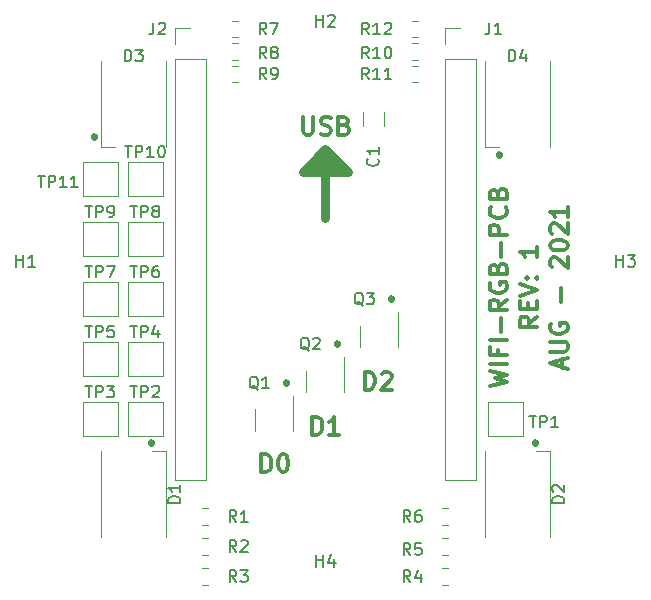
<source format=gbr>
G04 #@! TF.GenerationSoftware,KiCad,Pcbnew,5.0.2+dfsg1-1*
G04 #@! TF.CreationDate,2021-08-24T19:42:59-04:00*
G04 #@! TF.ProjectId,WIFI_RGB_PCB,57494649-5f52-4474-925f-5043422e6b69,rev?*
G04 #@! TF.SameCoordinates,Original*
G04 #@! TF.FileFunction,Legend,Top*
G04 #@! TF.FilePolarity,Positive*
%FSLAX46Y46*%
G04 Gerber Fmt 4.6, Leading zero omitted, Abs format (unit mm)*
G04 Created by KiCad (PCBNEW 5.0.2+dfsg1-1) date Tue 24 Aug 2021 07:42:59 PM EDT*
%MOMM*%
%LPD*%
G01*
G04 APERTURE LIST*
%ADD10C,0.508000*%
%ADD11C,0.200000*%
%ADD12C,1.524000*%
%ADD13C,0.762000*%
%ADD14C,0.300000*%
%ADD15C,0.120000*%
%ADD16C,0.150000*%
G04 APERTURE END LIST*
D10*
X102108000Y-90170000D02*
X102108000Y-90170000D01*
D11*
X102362000Y-90170000D02*
G75*
G03X102362000Y-90170000I-254000J0D01*
G01*
D10*
X97536000Y-93980000D02*
X97536000Y-93980000D01*
D11*
X97790000Y-93980000D02*
G75*
G03X97790000Y-93980000I-254000J0D01*
G01*
X93472000Y-97282000D02*
G75*
G03X93472000Y-97282000I-254000J0D01*
G01*
D10*
X93218000Y-97282000D02*
X93218000Y-97282000D01*
D11*
X77216000Y-76454000D02*
G75*
G03X77216000Y-76454000I-254000J0D01*
G01*
D10*
X76962000Y-76454000D02*
X76962000Y-76454000D01*
X111252000Y-77978000D02*
X111252000Y-77978000D01*
D11*
X111506000Y-77978000D02*
G75*
G03X111506000Y-77978000I-254000J0D01*
G01*
X114554000Y-102362000D02*
G75*
G03X114554000Y-102362000I-254000J0D01*
G01*
D10*
X114300000Y-102362000D02*
X114300000Y-102362000D01*
D11*
X82042000Y-102362000D02*
G75*
G03X82042000Y-102362000I-254000J0D01*
G01*
D10*
X81788000Y-102362000D02*
X81788000Y-102362000D01*
D12*
X96012000Y-78740000D02*
X97028000Y-78740000D01*
D13*
X96520000Y-77470000D02*
X98425000Y-79375000D01*
X94615000Y-79375000D02*
X98425000Y-79375000D01*
X96520000Y-77470000D02*
X94615000Y-79375000D01*
X96520000Y-79375000D02*
X96520000Y-83312000D01*
D14*
X95412857Y-101643571D02*
X95412857Y-100143571D01*
X95770000Y-100143571D01*
X95984285Y-100215000D01*
X96127142Y-100357857D01*
X96198571Y-100500714D01*
X96270000Y-100786428D01*
X96270000Y-101000714D01*
X96198571Y-101286428D01*
X96127142Y-101429285D01*
X95984285Y-101572142D01*
X95770000Y-101643571D01*
X95412857Y-101643571D01*
X97698571Y-101643571D02*
X96841428Y-101643571D01*
X97270000Y-101643571D02*
X97270000Y-100143571D01*
X97127142Y-100357857D01*
X96984285Y-100500714D01*
X96841428Y-100572142D01*
X99857857Y-97833571D02*
X99857857Y-96333571D01*
X100215000Y-96333571D01*
X100429285Y-96405000D01*
X100572142Y-96547857D01*
X100643571Y-96690714D01*
X100715000Y-96976428D01*
X100715000Y-97190714D01*
X100643571Y-97476428D01*
X100572142Y-97619285D01*
X100429285Y-97762142D01*
X100215000Y-97833571D01*
X99857857Y-97833571D01*
X101286428Y-96476428D02*
X101357857Y-96405000D01*
X101500714Y-96333571D01*
X101857857Y-96333571D01*
X102000714Y-96405000D01*
X102072142Y-96476428D01*
X102143571Y-96619285D01*
X102143571Y-96762142D01*
X102072142Y-96976428D01*
X101215000Y-97833571D01*
X102143571Y-97833571D01*
X91094857Y-104818571D02*
X91094857Y-103318571D01*
X91452000Y-103318571D01*
X91666285Y-103390000D01*
X91809142Y-103532857D01*
X91880571Y-103675714D01*
X91952000Y-103961428D01*
X91952000Y-104175714D01*
X91880571Y-104461428D01*
X91809142Y-104604285D01*
X91666285Y-104747142D01*
X91452000Y-104818571D01*
X91094857Y-104818571D01*
X92880571Y-103318571D02*
X93023428Y-103318571D01*
X93166285Y-103390000D01*
X93237714Y-103461428D01*
X93309142Y-103604285D01*
X93380571Y-103890000D01*
X93380571Y-104247142D01*
X93309142Y-104532857D01*
X93237714Y-104675714D01*
X93166285Y-104747142D01*
X93023428Y-104818571D01*
X92880571Y-104818571D01*
X92737714Y-104747142D01*
X92666285Y-104675714D01*
X92594857Y-104532857D01*
X92523428Y-104247142D01*
X92523428Y-103890000D01*
X92594857Y-103604285D01*
X92666285Y-103461428D01*
X92737714Y-103390000D01*
X92880571Y-103318571D01*
X110420571Y-97511142D02*
X111920571Y-97154000D01*
X110849142Y-96868285D01*
X111920571Y-96582571D01*
X110420571Y-96225428D01*
X111920571Y-95654000D02*
X110420571Y-95654000D01*
X111134857Y-94439714D02*
X111134857Y-94939714D01*
X111920571Y-94939714D02*
X110420571Y-94939714D01*
X110420571Y-94225428D01*
X111920571Y-93654000D02*
X110420571Y-93654000D01*
X111349142Y-92939714D02*
X111349142Y-91796857D01*
X111920571Y-90225428D02*
X111206285Y-90725428D01*
X111920571Y-91082571D02*
X110420571Y-91082571D01*
X110420571Y-90511142D01*
X110492000Y-90368285D01*
X110563428Y-90296857D01*
X110706285Y-90225428D01*
X110920571Y-90225428D01*
X111063428Y-90296857D01*
X111134857Y-90368285D01*
X111206285Y-90511142D01*
X111206285Y-91082571D01*
X110492000Y-88796857D02*
X110420571Y-88939714D01*
X110420571Y-89154000D01*
X110492000Y-89368285D01*
X110634857Y-89511142D01*
X110777714Y-89582571D01*
X111063428Y-89654000D01*
X111277714Y-89654000D01*
X111563428Y-89582571D01*
X111706285Y-89511142D01*
X111849142Y-89368285D01*
X111920571Y-89154000D01*
X111920571Y-89011142D01*
X111849142Y-88796857D01*
X111777714Y-88725428D01*
X111277714Y-88725428D01*
X111277714Y-89011142D01*
X111134857Y-87582571D02*
X111206285Y-87368285D01*
X111277714Y-87296857D01*
X111420571Y-87225428D01*
X111634857Y-87225428D01*
X111777714Y-87296857D01*
X111849142Y-87368285D01*
X111920571Y-87511142D01*
X111920571Y-88082571D01*
X110420571Y-88082571D01*
X110420571Y-87582571D01*
X110492000Y-87439714D01*
X110563428Y-87368285D01*
X110706285Y-87296857D01*
X110849142Y-87296857D01*
X110992000Y-87368285D01*
X111063428Y-87439714D01*
X111134857Y-87582571D01*
X111134857Y-88082571D01*
X111349142Y-86582571D02*
X111349142Y-85439714D01*
X111920571Y-84725428D02*
X110420571Y-84725428D01*
X110420571Y-84154000D01*
X110492000Y-84011142D01*
X110563428Y-83939714D01*
X110706285Y-83868285D01*
X110920571Y-83868285D01*
X111063428Y-83939714D01*
X111134857Y-84011142D01*
X111206285Y-84154000D01*
X111206285Y-84725428D01*
X111777714Y-82368285D02*
X111849142Y-82439714D01*
X111920571Y-82654000D01*
X111920571Y-82796857D01*
X111849142Y-83011142D01*
X111706285Y-83154000D01*
X111563428Y-83225428D01*
X111277714Y-83296857D01*
X111063428Y-83296857D01*
X110777714Y-83225428D01*
X110634857Y-83154000D01*
X110492000Y-83011142D01*
X110420571Y-82796857D01*
X110420571Y-82654000D01*
X110492000Y-82439714D01*
X110563428Y-82368285D01*
X111134857Y-81225428D02*
X111206285Y-81011142D01*
X111277714Y-80939714D01*
X111420571Y-80868285D01*
X111634857Y-80868285D01*
X111777714Y-80939714D01*
X111849142Y-81011142D01*
X111920571Y-81154000D01*
X111920571Y-81725428D01*
X110420571Y-81725428D01*
X110420571Y-81225428D01*
X110492000Y-81082571D01*
X110563428Y-81011142D01*
X110706285Y-80939714D01*
X110849142Y-80939714D01*
X110992000Y-81011142D01*
X111063428Y-81082571D01*
X111134857Y-81225428D01*
X111134857Y-81725428D01*
X114470571Y-91654000D02*
X113756285Y-92154000D01*
X114470571Y-92511142D02*
X112970571Y-92511142D01*
X112970571Y-91939714D01*
X113042000Y-91796857D01*
X113113428Y-91725428D01*
X113256285Y-91654000D01*
X113470571Y-91654000D01*
X113613428Y-91725428D01*
X113684857Y-91796857D01*
X113756285Y-91939714D01*
X113756285Y-92511142D01*
X113684857Y-91011142D02*
X113684857Y-90511142D01*
X114470571Y-90296857D02*
X114470571Y-91011142D01*
X112970571Y-91011142D01*
X112970571Y-90296857D01*
X112970571Y-89868285D02*
X114470571Y-89368285D01*
X112970571Y-88868285D01*
X114327714Y-88368285D02*
X114399142Y-88296857D01*
X114470571Y-88368285D01*
X114399142Y-88439714D01*
X114327714Y-88368285D01*
X114470571Y-88368285D01*
X113542000Y-88368285D02*
X113613428Y-88296857D01*
X113684857Y-88368285D01*
X113613428Y-88439714D01*
X113542000Y-88368285D01*
X113684857Y-88368285D01*
X114470571Y-85725428D02*
X114470571Y-86582571D01*
X114470571Y-86154000D02*
X112970571Y-86154000D01*
X113184857Y-86296857D01*
X113327714Y-86439714D01*
X113399142Y-86582571D01*
X116592000Y-95975428D02*
X116592000Y-95261142D01*
X117020571Y-96118285D02*
X115520571Y-95618285D01*
X117020571Y-95118285D01*
X115520571Y-94618285D02*
X116734857Y-94618285D01*
X116877714Y-94546857D01*
X116949142Y-94475428D01*
X117020571Y-94332571D01*
X117020571Y-94046857D01*
X116949142Y-93904000D01*
X116877714Y-93832571D01*
X116734857Y-93761142D01*
X115520571Y-93761142D01*
X115592000Y-92261142D02*
X115520571Y-92404000D01*
X115520571Y-92618285D01*
X115592000Y-92832571D01*
X115734857Y-92975428D01*
X115877714Y-93046857D01*
X116163428Y-93118285D01*
X116377714Y-93118285D01*
X116663428Y-93046857D01*
X116806285Y-92975428D01*
X116949142Y-92832571D01*
X117020571Y-92618285D01*
X117020571Y-92475428D01*
X116949142Y-92261142D01*
X116877714Y-92189714D01*
X116377714Y-92189714D01*
X116377714Y-92475428D01*
X116449142Y-90404000D02*
X116449142Y-89261142D01*
X115663428Y-87475428D02*
X115592000Y-87404000D01*
X115520571Y-87261142D01*
X115520571Y-86904000D01*
X115592000Y-86761142D01*
X115663428Y-86689714D01*
X115806285Y-86618285D01*
X115949142Y-86618285D01*
X116163428Y-86689714D01*
X117020571Y-87546857D01*
X117020571Y-86618285D01*
X115520571Y-85689714D02*
X115520571Y-85546857D01*
X115592000Y-85404000D01*
X115663428Y-85332571D01*
X115806285Y-85261142D01*
X116092000Y-85189714D01*
X116449142Y-85189714D01*
X116734857Y-85261142D01*
X116877714Y-85332571D01*
X116949142Y-85404000D01*
X117020571Y-85546857D01*
X117020571Y-85689714D01*
X116949142Y-85832571D01*
X116877714Y-85904000D01*
X116734857Y-85975428D01*
X116449142Y-86046857D01*
X116092000Y-86046857D01*
X115806285Y-85975428D01*
X115663428Y-85904000D01*
X115592000Y-85832571D01*
X115520571Y-85689714D01*
X115663428Y-84618285D02*
X115592000Y-84546857D01*
X115520571Y-84404000D01*
X115520571Y-84046857D01*
X115592000Y-83904000D01*
X115663428Y-83832571D01*
X115806285Y-83761142D01*
X115949142Y-83761142D01*
X116163428Y-83832571D01*
X117020571Y-84689714D01*
X117020571Y-83761142D01*
X117020571Y-82332571D02*
X117020571Y-83189714D01*
X117020571Y-82761142D02*
X115520571Y-82761142D01*
X115734857Y-82904000D01*
X115877714Y-83046857D01*
X115949142Y-83189714D01*
X94627142Y-74743571D02*
X94627142Y-75957857D01*
X94698571Y-76100714D01*
X94770000Y-76172142D01*
X94912857Y-76243571D01*
X95198571Y-76243571D01*
X95341428Y-76172142D01*
X95412857Y-76100714D01*
X95484285Y-75957857D01*
X95484285Y-74743571D01*
X96127142Y-76172142D02*
X96341428Y-76243571D01*
X96698571Y-76243571D01*
X96841428Y-76172142D01*
X96912857Y-76100714D01*
X96984285Y-75957857D01*
X96984285Y-75815000D01*
X96912857Y-75672142D01*
X96841428Y-75600714D01*
X96698571Y-75529285D01*
X96412857Y-75457857D01*
X96270000Y-75386428D01*
X96198571Y-75315000D01*
X96127142Y-75172142D01*
X96127142Y-75029285D01*
X96198571Y-74886428D01*
X96270000Y-74815000D01*
X96412857Y-74743571D01*
X96770000Y-74743571D01*
X96984285Y-74815000D01*
X98127142Y-75457857D02*
X98341428Y-75529285D01*
X98412857Y-75600714D01*
X98484285Y-75743571D01*
X98484285Y-75957857D01*
X98412857Y-76100714D01*
X98341428Y-76172142D01*
X98198571Y-76243571D01*
X97627142Y-76243571D01*
X97627142Y-74743571D01*
X98127142Y-74743571D01*
X98270000Y-74815000D01*
X98341428Y-74886428D01*
X98412857Y-75029285D01*
X98412857Y-75172142D01*
X98341428Y-75315000D01*
X98270000Y-75386428D01*
X98127142Y-75457857D01*
X97627142Y-75457857D01*
D15*
G04 #@! TO.C,D4*
X110026000Y-77310000D02*
X110026000Y-70010000D01*
X111176000Y-77310000D02*
X110026000Y-77310000D01*
X115526000Y-77310000D02*
X115526000Y-70010000D01*
G04 #@! TO.C,D3*
X83014000Y-77310000D02*
X83014000Y-70010000D01*
X78664000Y-77310000D02*
X77514000Y-77310000D01*
X77514000Y-77310000D02*
X77514000Y-70010000D01*
G04 #@! TO.C,D2*
X115526000Y-103030000D02*
X115526000Y-110330000D01*
X114376000Y-103030000D02*
X115526000Y-103030000D01*
X110026000Y-103030000D02*
X110026000Y-110330000D01*
G04 #@! TO.C,D1*
X77514000Y-103030000D02*
X77514000Y-110330000D01*
X81864000Y-103030000D02*
X83014000Y-103030000D01*
X83014000Y-103030000D02*
X83014000Y-110330000D01*
G04 #@! TO.C,R7*
X89158578Y-66600000D02*
X88641422Y-66600000D01*
X89158578Y-68020000D02*
X88641422Y-68020000D01*
G04 #@! TO.C,R12*
X103881422Y-66600000D02*
X104398578Y-66600000D01*
X103881422Y-68020000D02*
X104398578Y-68020000D01*
G04 #@! TO.C,R11*
X103881422Y-71830000D02*
X104398578Y-71830000D01*
X103881422Y-70410000D02*
X104398578Y-70410000D01*
G04 #@! TO.C,R10*
X103881422Y-68505000D02*
X104398578Y-68505000D01*
X103881422Y-69925000D02*
X104398578Y-69925000D01*
G04 #@! TO.C,R9*
X89158578Y-70410000D02*
X88641422Y-70410000D01*
X89158578Y-71830000D02*
X88641422Y-71830000D01*
G04 #@! TO.C,R6*
X106421422Y-107875000D02*
X106938578Y-107875000D01*
X106421422Y-109295000D02*
X106938578Y-109295000D01*
G04 #@! TO.C,R5*
X106421422Y-111835000D02*
X106938578Y-111835000D01*
X106421422Y-110415000D02*
X106938578Y-110415000D01*
G04 #@! TO.C,R4*
X106421422Y-112955000D02*
X106938578Y-112955000D01*
X106421422Y-114375000D02*
X106938578Y-114375000D01*
G04 #@! TO.C,R3*
X86618578Y-112955000D02*
X86101422Y-112955000D01*
X86618578Y-114375000D02*
X86101422Y-114375000D01*
G04 #@! TO.C,R2*
X86618578Y-111835000D02*
X86101422Y-111835000D01*
X86618578Y-110415000D02*
X86101422Y-110415000D01*
G04 #@! TO.C,R1*
X86618578Y-107875000D02*
X86101422Y-107875000D01*
X86618578Y-109295000D02*
X86101422Y-109295000D01*
G04 #@! TO.C,R8*
X89158578Y-69925000D02*
X88641422Y-69925000D01*
X89158578Y-68505000D02*
X88641422Y-68505000D01*
G04 #@! TO.C,J2*
X83760000Y-105470000D02*
X86420000Y-105470000D01*
X83760000Y-69850000D02*
X83760000Y-105470000D01*
X86420000Y-69850000D02*
X86420000Y-105470000D01*
X83760000Y-69850000D02*
X86420000Y-69850000D01*
X83760000Y-68580000D02*
X83760000Y-67250000D01*
X83760000Y-67250000D02*
X85090000Y-67250000D01*
G04 #@! TO.C,TP1*
X110310000Y-98880000D02*
X113210000Y-98880000D01*
X113210000Y-98880000D02*
X113210000Y-101780000D01*
X113210000Y-101780000D02*
X110310000Y-101780000D01*
X110310000Y-101780000D02*
X110310000Y-98880000D01*
G04 #@! TO.C,TP2*
X79830000Y-101780000D02*
X79830000Y-98880000D01*
X82730000Y-101780000D02*
X79830000Y-101780000D01*
X82730000Y-98880000D02*
X82730000Y-101780000D01*
X79830000Y-98880000D02*
X82730000Y-98880000D01*
G04 #@! TO.C,TP3*
X76020000Y-98880000D02*
X78920000Y-98880000D01*
X78920000Y-98880000D02*
X78920000Y-101780000D01*
X78920000Y-101780000D02*
X76020000Y-101780000D01*
X76020000Y-101780000D02*
X76020000Y-98880000D01*
G04 #@! TO.C,TP4*
X79830000Y-96700000D02*
X79830000Y-93800000D01*
X82730000Y-96700000D02*
X79830000Y-96700000D01*
X82730000Y-93800000D02*
X82730000Y-96700000D01*
X79830000Y-93800000D02*
X82730000Y-93800000D01*
G04 #@! TO.C,TP5*
X76020000Y-93800000D02*
X78920000Y-93800000D01*
X78920000Y-93800000D02*
X78920000Y-96700000D01*
X78920000Y-96700000D02*
X76020000Y-96700000D01*
X76020000Y-96700000D02*
X76020000Y-93800000D01*
G04 #@! TO.C,TP6*
X79830000Y-91620000D02*
X79830000Y-88720000D01*
X82730000Y-91620000D02*
X79830000Y-91620000D01*
X82730000Y-88720000D02*
X82730000Y-91620000D01*
X79830000Y-88720000D02*
X82730000Y-88720000D01*
G04 #@! TO.C,TP7*
X76020000Y-88720000D02*
X78920000Y-88720000D01*
X78920000Y-88720000D02*
X78920000Y-91620000D01*
X78920000Y-91620000D02*
X76020000Y-91620000D01*
X76020000Y-91620000D02*
X76020000Y-88720000D01*
G04 #@! TO.C,TP9*
X76020000Y-86540000D02*
X76020000Y-83640000D01*
X78920000Y-86540000D02*
X76020000Y-86540000D01*
X78920000Y-83640000D02*
X78920000Y-86540000D01*
X76020000Y-83640000D02*
X78920000Y-83640000D01*
G04 #@! TO.C,TP10*
X79830000Y-78560000D02*
X82730000Y-78560000D01*
X82730000Y-78560000D02*
X82730000Y-81460000D01*
X82730000Y-81460000D02*
X79830000Y-81460000D01*
X79830000Y-81460000D02*
X79830000Y-78560000D01*
G04 #@! TO.C,TP11*
X76020000Y-81460000D02*
X76020000Y-78560000D01*
X78920000Y-81460000D02*
X76020000Y-81460000D01*
X78920000Y-78560000D02*
X78920000Y-81460000D01*
X76020000Y-78560000D02*
X78920000Y-78560000D01*
G04 #@! TO.C,TP8*
X79830000Y-83640000D02*
X82730000Y-83640000D01*
X82730000Y-83640000D02*
X82730000Y-86540000D01*
X82730000Y-86540000D02*
X79830000Y-86540000D01*
X79830000Y-86540000D02*
X79830000Y-83640000D01*
G04 #@! TO.C,C1*
X101494000Y-74327936D02*
X101494000Y-75532064D01*
X99674000Y-74327936D02*
X99674000Y-75532064D01*
G04 #@! TO.C,J1*
X106620000Y-67250000D02*
X107950000Y-67250000D01*
X106620000Y-68580000D02*
X106620000Y-67250000D01*
X106620000Y-69850000D02*
X109280000Y-69850000D01*
X109280000Y-69850000D02*
X109280000Y-105470000D01*
X106620000Y-69850000D02*
X106620000Y-105470000D01*
X106620000Y-105470000D02*
X109280000Y-105470000D01*
G04 #@! TO.C,Q1*
X90592000Y-99510000D02*
X90592000Y-101310000D01*
X93812000Y-101310000D02*
X93812000Y-98360000D01*
G04 #@! TO.C,Q2*
X98130000Y-98055000D02*
X98130000Y-95105000D01*
X94910000Y-96255000D02*
X94910000Y-98055000D01*
G04 #@! TO.C,Q3*
X99482000Y-92445000D02*
X99482000Y-94245000D01*
X102702000Y-94245000D02*
X102702000Y-91295000D01*
G04 #@! TO.C,D4*
D16*
X112037904Y-70048380D02*
X112037904Y-69048380D01*
X112276000Y-69048380D01*
X112418857Y-69096000D01*
X112514095Y-69191238D01*
X112561714Y-69286476D01*
X112609333Y-69476952D01*
X112609333Y-69619809D01*
X112561714Y-69810285D01*
X112514095Y-69905523D01*
X112418857Y-70000761D01*
X112276000Y-70048380D01*
X112037904Y-70048380D01*
X113466476Y-69381714D02*
X113466476Y-70048380D01*
X113228380Y-69000761D02*
X112990285Y-69715047D01*
X113609333Y-69715047D01*
G04 #@! TO.C,D3*
X79525904Y-70048380D02*
X79525904Y-69048380D01*
X79764000Y-69048380D01*
X79906857Y-69096000D01*
X80002095Y-69191238D01*
X80049714Y-69286476D01*
X80097333Y-69476952D01*
X80097333Y-69619809D01*
X80049714Y-69810285D01*
X80002095Y-69905523D01*
X79906857Y-70000761D01*
X79764000Y-70048380D01*
X79525904Y-70048380D01*
X80430666Y-69048380D02*
X81049714Y-69048380D01*
X80716380Y-69429333D01*
X80859238Y-69429333D01*
X80954476Y-69476952D01*
X81002095Y-69524571D01*
X81049714Y-69619809D01*
X81049714Y-69857904D01*
X81002095Y-69953142D01*
X80954476Y-70000761D01*
X80859238Y-70048380D01*
X80573523Y-70048380D01*
X80478285Y-70000761D01*
X80430666Y-69953142D01*
G04 #@! TO.C,D2*
X116728380Y-107418095D02*
X115728380Y-107418095D01*
X115728380Y-107180000D01*
X115776000Y-107037142D01*
X115871238Y-106941904D01*
X115966476Y-106894285D01*
X116156952Y-106846666D01*
X116299809Y-106846666D01*
X116490285Y-106894285D01*
X116585523Y-106941904D01*
X116680761Y-107037142D01*
X116728380Y-107180000D01*
X116728380Y-107418095D01*
X115823619Y-106465714D02*
X115776000Y-106418095D01*
X115728380Y-106322857D01*
X115728380Y-106084761D01*
X115776000Y-105989523D01*
X115823619Y-105941904D01*
X115918857Y-105894285D01*
X116014095Y-105894285D01*
X116156952Y-105941904D01*
X116728380Y-106513333D01*
X116728380Y-105894285D01*
G04 #@! TO.C,D1*
X84216380Y-107418095D02*
X83216380Y-107418095D01*
X83216380Y-107180000D01*
X83264000Y-107037142D01*
X83359238Y-106941904D01*
X83454476Y-106894285D01*
X83644952Y-106846666D01*
X83787809Y-106846666D01*
X83978285Y-106894285D01*
X84073523Y-106941904D01*
X84168761Y-107037142D01*
X84216380Y-107180000D01*
X84216380Y-107418095D01*
X84216380Y-105894285D02*
X84216380Y-106465714D01*
X84216380Y-106180000D02*
X83216380Y-106180000D01*
X83359238Y-106275238D01*
X83454476Y-106370476D01*
X83502095Y-106465714D01*
G04 #@! TO.C,H4*
X95758095Y-112822380D02*
X95758095Y-111822380D01*
X95758095Y-112298571D02*
X96329523Y-112298571D01*
X96329523Y-112822380D02*
X96329523Y-111822380D01*
X97234285Y-112155714D02*
X97234285Y-112822380D01*
X96996190Y-111774761D02*
X96758095Y-112489047D01*
X97377142Y-112489047D01*
G04 #@! TO.C,H2*
X95758095Y-67102380D02*
X95758095Y-66102380D01*
X95758095Y-66578571D02*
X96329523Y-66578571D01*
X96329523Y-67102380D02*
X96329523Y-66102380D01*
X96758095Y-66197619D02*
X96805714Y-66150000D01*
X96900952Y-66102380D01*
X97139047Y-66102380D01*
X97234285Y-66150000D01*
X97281904Y-66197619D01*
X97329523Y-66292857D01*
X97329523Y-66388095D01*
X97281904Y-66530952D01*
X96710476Y-67102380D01*
X97329523Y-67102380D01*
G04 #@! TO.C,H1*
X70358095Y-87422380D02*
X70358095Y-86422380D01*
X70358095Y-86898571D02*
X70929523Y-86898571D01*
X70929523Y-87422380D02*
X70929523Y-86422380D01*
X71929523Y-87422380D02*
X71358095Y-87422380D01*
X71643809Y-87422380D02*
X71643809Y-86422380D01*
X71548571Y-86565238D01*
X71453333Y-86660476D01*
X71358095Y-86708095D01*
G04 #@! TO.C,H3*
X121158095Y-87422380D02*
X121158095Y-86422380D01*
X121158095Y-86898571D02*
X121729523Y-86898571D01*
X121729523Y-87422380D02*
X121729523Y-86422380D01*
X122110476Y-86422380D02*
X122729523Y-86422380D01*
X122396190Y-86803333D01*
X122539047Y-86803333D01*
X122634285Y-86850952D01*
X122681904Y-86898571D01*
X122729523Y-86993809D01*
X122729523Y-87231904D01*
X122681904Y-87327142D01*
X122634285Y-87374761D01*
X122539047Y-87422380D01*
X122253333Y-87422380D01*
X122158095Y-87374761D01*
X122110476Y-87327142D01*
G04 #@! TO.C,R7*
X91527333Y-67762380D02*
X91194000Y-67286190D01*
X90955904Y-67762380D02*
X90955904Y-66762380D01*
X91336857Y-66762380D01*
X91432095Y-66810000D01*
X91479714Y-66857619D01*
X91527333Y-66952857D01*
X91527333Y-67095714D01*
X91479714Y-67190952D01*
X91432095Y-67238571D01*
X91336857Y-67286190D01*
X90955904Y-67286190D01*
X91860666Y-66762380D02*
X92527333Y-66762380D01*
X92098761Y-67762380D01*
G04 #@! TO.C,R12*
X100195142Y-67762380D02*
X99861809Y-67286190D01*
X99623714Y-67762380D02*
X99623714Y-66762380D01*
X100004666Y-66762380D01*
X100099904Y-66810000D01*
X100147523Y-66857619D01*
X100195142Y-66952857D01*
X100195142Y-67095714D01*
X100147523Y-67190952D01*
X100099904Y-67238571D01*
X100004666Y-67286190D01*
X99623714Y-67286190D01*
X101147523Y-67762380D02*
X100576095Y-67762380D01*
X100861809Y-67762380D02*
X100861809Y-66762380D01*
X100766571Y-66905238D01*
X100671333Y-67000476D01*
X100576095Y-67048095D01*
X101528476Y-66857619D02*
X101576095Y-66810000D01*
X101671333Y-66762380D01*
X101909428Y-66762380D01*
X102004666Y-66810000D01*
X102052285Y-66857619D01*
X102099904Y-66952857D01*
X102099904Y-67048095D01*
X102052285Y-67190952D01*
X101480857Y-67762380D01*
X102099904Y-67762380D01*
G04 #@! TO.C,R11*
X100195142Y-71572380D02*
X99861809Y-71096190D01*
X99623714Y-71572380D02*
X99623714Y-70572380D01*
X100004666Y-70572380D01*
X100099904Y-70620000D01*
X100147523Y-70667619D01*
X100195142Y-70762857D01*
X100195142Y-70905714D01*
X100147523Y-71000952D01*
X100099904Y-71048571D01*
X100004666Y-71096190D01*
X99623714Y-71096190D01*
X101147523Y-71572380D02*
X100576095Y-71572380D01*
X100861809Y-71572380D02*
X100861809Y-70572380D01*
X100766571Y-70715238D01*
X100671333Y-70810476D01*
X100576095Y-70858095D01*
X102099904Y-71572380D02*
X101528476Y-71572380D01*
X101814190Y-71572380D02*
X101814190Y-70572380D01*
X101718952Y-70715238D01*
X101623714Y-70810476D01*
X101528476Y-70858095D01*
G04 #@! TO.C,R10*
X100195142Y-69794380D02*
X99861809Y-69318190D01*
X99623714Y-69794380D02*
X99623714Y-68794380D01*
X100004666Y-68794380D01*
X100099904Y-68842000D01*
X100147523Y-68889619D01*
X100195142Y-68984857D01*
X100195142Y-69127714D01*
X100147523Y-69222952D01*
X100099904Y-69270571D01*
X100004666Y-69318190D01*
X99623714Y-69318190D01*
X101147523Y-69794380D02*
X100576095Y-69794380D01*
X100861809Y-69794380D02*
X100861809Y-68794380D01*
X100766571Y-68937238D01*
X100671333Y-69032476D01*
X100576095Y-69080095D01*
X101766571Y-68794380D02*
X101861809Y-68794380D01*
X101957047Y-68842000D01*
X102004666Y-68889619D01*
X102052285Y-68984857D01*
X102099904Y-69175333D01*
X102099904Y-69413428D01*
X102052285Y-69603904D01*
X102004666Y-69699142D01*
X101957047Y-69746761D01*
X101861809Y-69794380D01*
X101766571Y-69794380D01*
X101671333Y-69746761D01*
X101623714Y-69699142D01*
X101576095Y-69603904D01*
X101528476Y-69413428D01*
X101528476Y-69175333D01*
X101576095Y-68984857D01*
X101623714Y-68889619D01*
X101671333Y-68842000D01*
X101766571Y-68794380D01*
G04 #@! TO.C,R9*
X91527333Y-71572380D02*
X91194000Y-71096190D01*
X90955904Y-71572380D02*
X90955904Y-70572380D01*
X91336857Y-70572380D01*
X91432095Y-70620000D01*
X91479714Y-70667619D01*
X91527333Y-70762857D01*
X91527333Y-70905714D01*
X91479714Y-71000952D01*
X91432095Y-71048571D01*
X91336857Y-71096190D01*
X90955904Y-71096190D01*
X92003523Y-71572380D02*
X92194000Y-71572380D01*
X92289238Y-71524761D01*
X92336857Y-71477142D01*
X92432095Y-71334285D01*
X92479714Y-71143809D01*
X92479714Y-70762857D01*
X92432095Y-70667619D01*
X92384476Y-70620000D01*
X92289238Y-70572380D01*
X92098761Y-70572380D01*
X92003523Y-70620000D01*
X91955904Y-70667619D01*
X91908285Y-70762857D01*
X91908285Y-71000952D01*
X91955904Y-71096190D01*
X92003523Y-71143809D01*
X92098761Y-71191428D01*
X92289238Y-71191428D01*
X92384476Y-71143809D01*
X92432095Y-71096190D01*
X92479714Y-71000952D01*
G04 #@! TO.C,R6*
X103719333Y-109037380D02*
X103386000Y-108561190D01*
X103147904Y-109037380D02*
X103147904Y-108037380D01*
X103528857Y-108037380D01*
X103624095Y-108085000D01*
X103671714Y-108132619D01*
X103719333Y-108227857D01*
X103719333Y-108370714D01*
X103671714Y-108465952D01*
X103624095Y-108513571D01*
X103528857Y-108561190D01*
X103147904Y-108561190D01*
X104576476Y-108037380D02*
X104386000Y-108037380D01*
X104290761Y-108085000D01*
X104243142Y-108132619D01*
X104147904Y-108275476D01*
X104100285Y-108465952D01*
X104100285Y-108846904D01*
X104147904Y-108942142D01*
X104195523Y-108989761D01*
X104290761Y-109037380D01*
X104481238Y-109037380D01*
X104576476Y-108989761D01*
X104624095Y-108942142D01*
X104671714Y-108846904D01*
X104671714Y-108608809D01*
X104624095Y-108513571D01*
X104576476Y-108465952D01*
X104481238Y-108418333D01*
X104290761Y-108418333D01*
X104195523Y-108465952D01*
X104147904Y-108513571D01*
X104100285Y-108608809D01*
G04 #@! TO.C,R5*
X103719333Y-111831380D02*
X103386000Y-111355190D01*
X103147904Y-111831380D02*
X103147904Y-110831380D01*
X103528857Y-110831380D01*
X103624095Y-110879000D01*
X103671714Y-110926619D01*
X103719333Y-111021857D01*
X103719333Y-111164714D01*
X103671714Y-111259952D01*
X103624095Y-111307571D01*
X103528857Y-111355190D01*
X103147904Y-111355190D01*
X104624095Y-110831380D02*
X104147904Y-110831380D01*
X104100285Y-111307571D01*
X104147904Y-111259952D01*
X104243142Y-111212333D01*
X104481238Y-111212333D01*
X104576476Y-111259952D01*
X104624095Y-111307571D01*
X104671714Y-111402809D01*
X104671714Y-111640904D01*
X104624095Y-111736142D01*
X104576476Y-111783761D01*
X104481238Y-111831380D01*
X104243142Y-111831380D01*
X104147904Y-111783761D01*
X104100285Y-111736142D01*
G04 #@! TO.C,R4*
X103719333Y-114117380D02*
X103386000Y-113641190D01*
X103147904Y-114117380D02*
X103147904Y-113117380D01*
X103528857Y-113117380D01*
X103624095Y-113165000D01*
X103671714Y-113212619D01*
X103719333Y-113307857D01*
X103719333Y-113450714D01*
X103671714Y-113545952D01*
X103624095Y-113593571D01*
X103528857Y-113641190D01*
X103147904Y-113641190D01*
X104576476Y-113450714D02*
X104576476Y-114117380D01*
X104338380Y-113069761D02*
X104100285Y-113784047D01*
X104719333Y-113784047D01*
G04 #@! TO.C,R3*
X88987333Y-114117380D02*
X88654000Y-113641190D01*
X88415904Y-114117380D02*
X88415904Y-113117380D01*
X88796857Y-113117380D01*
X88892095Y-113165000D01*
X88939714Y-113212619D01*
X88987333Y-113307857D01*
X88987333Y-113450714D01*
X88939714Y-113545952D01*
X88892095Y-113593571D01*
X88796857Y-113641190D01*
X88415904Y-113641190D01*
X89320666Y-113117380D02*
X89939714Y-113117380D01*
X89606380Y-113498333D01*
X89749238Y-113498333D01*
X89844476Y-113545952D01*
X89892095Y-113593571D01*
X89939714Y-113688809D01*
X89939714Y-113926904D01*
X89892095Y-114022142D01*
X89844476Y-114069761D01*
X89749238Y-114117380D01*
X89463523Y-114117380D01*
X89368285Y-114069761D01*
X89320666Y-114022142D01*
G04 #@! TO.C,R2*
X88987333Y-111577380D02*
X88654000Y-111101190D01*
X88415904Y-111577380D02*
X88415904Y-110577380D01*
X88796857Y-110577380D01*
X88892095Y-110625000D01*
X88939714Y-110672619D01*
X88987333Y-110767857D01*
X88987333Y-110910714D01*
X88939714Y-111005952D01*
X88892095Y-111053571D01*
X88796857Y-111101190D01*
X88415904Y-111101190D01*
X89368285Y-110672619D02*
X89415904Y-110625000D01*
X89511142Y-110577380D01*
X89749238Y-110577380D01*
X89844476Y-110625000D01*
X89892095Y-110672619D01*
X89939714Y-110767857D01*
X89939714Y-110863095D01*
X89892095Y-111005952D01*
X89320666Y-111577380D01*
X89939714Y-111577380D01*
G04 #@! TO.C,R1*
X88987333Y-109037380D02*
X88654000Y-108561190D01*
X88415904Y-109037380D02*
X88415904Y-108037380D01*
X88796857Y-108037380D01*
X88892095Y-108085000D01*
X88939714Y-108132619D01*
X88987333Y-108227857D01*
X88987333Y-108370714D01*
X88939714Y-108465952D01*
X88892095Y-108513571D01*
X88796857Y-108561190D01*
X88415904Y-108561190D01*
X89939714Y-109037380D02*
X89368285Y-109037380D01*
X89654000Y-109037380D02*
X89654000Y-108037380D01*
X89558761Y-108180238D01*
X89463523Y-108275476D01*
X89368285Y-108323095D01*
G04 #@! TO.C,R8*
X91527333Y-69794380D02*
X91194000Y-69318190D01*
X90955904Y-69794380D02*
X90955904Y-68794380D01*
X91336857Y-68794380D01*
X91432095Y-68842000D01*
X91479714Y-68889619D01*
X91527333Y-68984857D01*
X91527333Y-69127714D01*
X91479714Y-69222952D01*
X91432095Y-69270571D01*
X91336857Y-69318190D01*
X90955904Y-69318190D01*
X92098761Y-69222952D02*
X92003523Y-69175333D01*
X91955904Y-69127714D01*
X91908285Y-69032476D01*
X91908285Y-68984857D01*
X91955904Y-68889619D01*
X92003523Y-68842000D01*
X92098761Y-68794380D01*
X92289238Y-68794380D01*
X92384476Y-68842000D01*
X92432095Y-68889619D01*
X92479714Y-68984857D01*
X92479714Y-69032476D01*
X92432095Y-69127714D01*
X92384476Y-69175333D01*
X92289238Y-69222952D01*
X92098761Y-69222952D01*
X92003523Y-69270571D01*
X91955904Y-69318190D01*
X91908285Y-69413428D01*
X91908285Y-69603904D01*
X91955904Y-69699142D01*
X92003523Y-69746761D01*
X92098761Y-69794380D01*
X92289238Y-69794380D01*
X92384476Y-69746761D01*
X92432095Y-69699142D01*
X92479714Y-69603904D01*
X92479714Y-69413428D01*
X92432095Y-69318190D01*
X92384476Y-69270571D01*
X92289238Y-69222952D01*
G04 #@! TO.C,J2*
X81962666Y-66762380D02*
X81962666Y-67476666D01*
X81915047Y-67619523D01*
X81819809Y-67714761D01*
X81676952Y-67762380D01*
X81581714Y-67762380D01*
X82391238Y-66857619D02*
X82438857Y-66810000D01*
X82534095Y-66762380D01*
X82772190Y-66762380D01*
X82867428Y-66810000D01*
X82915047Y-66857619D01*
X82962666Y-66952857D01*
X82962666Y-67048095D01*
X82915047Y-67190952D01*
X82343619Y-67762380D01*
X82962666Y-67762380D01*
G04 #@! TO.C,TP1*
X113800095Y-100036380D02*
X114371523Y-100036380D01*
X114085809Y-101036380D02*
X114085809Y-100036380D01*
X114704857Y-101036380D02*
X114704857Y-100036380D01*
X115085809Y-100036380D01*
X115181047Y-100084000D01*
X115228666Y-100131619D01*
X115276285Y-100226857D01*
X115276285Y-100369714D01*
X115228666Y-100464952D01*
X115181047Y-100512571D01*
X115085809Y-100560190D01*
X114704857Y-100560190D01*
X116228666Y-101036380D02*
X115657238Y-101036380D01*
X115942952Y-101036380D02*
X115942952Y-100036380D01*
X115847714Y-100179238D01*
X115752476Y-100274476D01*
X115657238Y-100322095D01*
G04 #@! TO.C,TP2*
X80018095Y-97496380D02*
X80589523Y-97496380D01*
X80303809Y-98496380D02*
X80303809Y-97496380D01*
X80922857Y-98496380D02*
X80922857Y-97496380D01*
X81303809Y-97496380D01*
X81399047Y-97544000D01*
X81446666Y-97591619D01*
X81494285Y-97686857D01*
X81494285Y-97829714D01*
X81446666Y-97924952D01*
X81399047Y-97972571D01*
X81303809Y-98020190D01*
X80922857Y-98020190D01*
X81875238Y-97591619D02*
X81922857Y-97544000D01*
X82018095Y-97496380D01*
X82256190Y-97496380D01*
X82351428Y-97544000D01*
X82399047Y-97591619D01*
X82446666Y-97686857D01*
X82446666Y-97782095D01*
X82399047Y-97924952D01*
X81827619Y-98496380D01*
X82446666Y-98496380D01*
G04 #@! TO.C,TP3*
X76208095Y-97496380D02*
X76779523Y-97496380D01*
X76493809Y-98496380D02*
X76493809Y-97496380D01*
X77112857Y-98496380D02*
X77112857Y-97496380D01*
X77493809Y-97496380D01*
X77589047Y-97544000D01*
X77636666Y-97591619D01*
X77684285Y-97686857D01*
X77684285Y-97829714D01*
X77636666Y-97924952D01*
X77589047Y-97972571D01*
X77493809Y-98020190D01*
X77112857Y-98020190D01*
X78017619Y-97496380D02*
X78636666Y-97496380D01*
X78303333Y-97877333D01*
X78446190Y-97877333D01*
X78541428Y-97924952D01*
X78589047Y-97972571D01*
X78636666Y-98067809D01*
X78636666Y-98305904D01*
X78589047Y-98401142D01*
X78541428Y-98448761D01*
X78446190Y-98496380D01*
X78160476Y-98496380D01*
X78065238Y-98448761D01*
X78017619Y-98401142D01*
G04 #@! TO.C,TP4*
X80018095Y-92416380D02*
X80589523Y-92416380D01*
X80303809Y-93416380D02*
X80303809Y-92416380D01*
X80922857Y-93416380D02*
X80922857Y-92416380D01*
X81303809Y-92416380D01*
X81399047Y-92464000D01*
X81446666Y-92511619D01*
X81494285Y-92606857D01*
X81494285Y-92749714D01*
X81446666Y-92844952D01*
X81399047Y-92892571D01*
X81303809Y-92940190D01*
X80922857Y-92940190D01*
X82351428Y-92749714D02*
X82351428Y-93416380D01*
X82113333Y-92368761D02*
X81875238Y-93083047D01*
X82494285Y-93083047D01*
G04 #@! TO.C,TP5*
X76208095Y-92416380D02*
X76779523Y-92416380D01*
X76493809Y-93416380D02*
X76493809Y-92416380D01*
X77112857Y-93416380D02*
X77112857Y-92416380D01*
X77493809Y-92416380D01*
X77589047Y-92464000D01*
X77636666Y-92511619D01*
X77684285Y-92606857D01*
X77684285Y-92749714D01*
X77636666Y-92844952D01*
X77589047Y-92892571D01*
X77493809Y-92940190D01*
X77112857Y-92940190D01*
X78589047Y-92416380D02*
X78112857Y-92416380D01*
X78065238Y-92892571D01*
X78112857Y-92844952D01*
X78208095Y-92797333D01*
X78446190Y-92797333D01*
X78541428Y-92844952D01*
X78589047Y-92892571D01*
X78636666Y-92987809D01*
X78636666Y-93225904D01*
X78589047Y-93321142D01*
X78541428Y-93368761D01*
X78446190Y-93416380D01*
X78208095Y-93416380D01*
X78112857Y-93368761D01*
X78065238Y-93321142D01*
G04 #@! TO.C,TP6*
X80018095Y-87336380D02*
X80589523Y-87336380D01*
X80303809Y-88336380D02*
X80303809Y-87336380D01*
X80922857Y-88336380D02*
X80922857Y-87336380D01*
X81303809Y-87336380D01*
X81399047Y-87384000D01*
X81446666Y-87431619D01*
X81494285Y-87526857D01*
X81494285Y-87669714D01*
X81446666Y-87764952D01*
X81399047Y-87812571D01*
X81303809Y-87860190D01*
X80922857Y-87860190D01*
X82351428Y-87336380D02*
X82160952Y-87336380D01*
X82065714Y-87384000D01*
X82018095Y-87431619D01*
X81922857Y-87574476D01*
X81875238Y-87764952D01*
X81875238Y-88145904D01*
X81922857Y-88241142D01*
X81970476Y-88288761D01*
X82065714Y-88336380D01*
X82256190Y-88336380D01*
X82351428Y-88288761D01*
X82399047Y-88241142D01*
X82446666Y-88145904D01*
X82446666Y-87907809D01*
X82399047Y-87812571D01*
X82351428Y-87764952D01*
X82256190Y-87717333D01*
X82065714Y-87717333D01*
X81970476Y-87764952D01*
X81922857Y-87812571D01*
X81875238Y-87907809D01*
G04 #@! TO.C,TP7*
X76208095Y-87336380D02*
X76779523Y-87336380D01*
X76493809Y-88336380D02*
X76493809Y-87336380D01*
X77112857Y-88336380D02*
X77112857Y-87336380D01*
X77493809Y-87336380D01*
X77589047Y-87384000D01*
X77636666Y-87431619D01*
X77684285Y-87526857D01*
X77684285Y-87669714D01*
X77636666Y-87764952D01*
X77589047Y-87812571D01*
X77493809Y-87860190D01*
X77112857Y-87860190D01*
X78017619Y-87336380D02*
X78684285Y-87336380D01*
X78255714Y-88336380D01*
G04 #@! TO.C,TP9*
X76208095Y-82256380D02*
X76779523Y-82256380D01*
X76493809Y-83256380D02*
X76493809Y-82256380D01*
X77112857Y-83256380D02*
X77112857Y-82256380D01*
X77493809Y-82256380D01*
X77589047Y-82304000D01*
X77636666Y-82351619D01*
X77684285Y-82446857D01*
X77684285Y-82589714D01*
X77636666Y-82684952D01*
X77589047Y-82732571D01*
X77493809Y-82780190D01*
X77112857Y-82780190D01*
X78160476Y-83256380D02*
X78350952Y-83256380D01*
X78446190Y-83208761D01*
X78493809Y-83161142D01*
X78589047Y-83018285D01*
X78636666Y-82827809D01*
X78636666Y-82446857D01*
X78589047Y-82351619D01*
X78541428Y-82304000D01*
X78446190Y-82256380D01*
X78255714Y-82256380D01*
X78160476Y-82304000D01*
X78112857Y-82351619D01*
X78065238Y-82446857D01*
X78065238Y-82684952D01*
X78112857Y-82780190D01*
X78160476Y-82827809D01*
X78255714Y-82875428D01*
X78446190Y-82875428D01*
X78541428Y-82827809D01*
X78589047Y-82780190D01*
X78636666Y-82684952D01*
G04 #@! TO.C,TP10*
X79541904Y-77176380D02*
X80113333Y-77176380D01*
X79827619Y-78176380D02*
X79827619Y-77176380D01*
X80446666Y-78176380D02*
X80446666Y-77176380D01*
X80827619Y-77176380D01*
X80922857Y-77224000D01*
X80970476Y-77271619D01*
X81018095Y-77366857D01*
X81018095Y-77509714D01*
X80970476Y-77604952D01*
X80922857Y-77652571D01*
X80827619Y-77700190D01*
X80446666Y-77700190D01*
X81970476Y-78176380D02*
X81399047Y-78176380D01*
X81684761Y-78176380D02*
X81684761Y-77176380D01*
X81589523Y-77319238D01*
X81494285Y-77414476D01*
X81399047Y-77462095D01*
X82589523Y-77176380D02*
X82684761Y-77176380D01*
X82780000Y-77224000D01*
X82827619Y-77271619D01*
X82875238Y-77366857D01*
X82922857Y-77557333D01*
X82922857Y-77795428D01*
X82875238Y-77985904D01*
X82827619Y-78081142D01*
X82780000Y-78128761D01*
X82684761Y-78176380D01*
X82589523Y-78176380D01*
X82494285Y-78128761D01*
X82446666Y-78081142D01*
X82399047Y-77985904D01*
X82351428Y-77795428D01*
X82351428Y-77557333D01*
X82399047Y-77366857D01*
X82446666Y-77271619D01*
X82494285Y-77224000D01*
X82589523Y-77176380D01*
G04 #@! TO.C,TP11*
X72175904Y-79716380D02*
X72747333Y-79716380D01*
X72461619Y-80716380D02*
X72461619Y-79716380D01*
X73080666Y-80716380D02*
X73080666Y-79716380D01*
X73461619Y-79716380D01*
X73556857Y-79764000D01*
X73604476Y-79811619D01*
X73652095Y-79906857D01*
X73652095Y-80049714D01*
X73604476Y-80144952D01*
X73556857Y-80192571D01*
X73461619Y-80240190D01*
X73080666Y-80240190D01*
X74604476Y-80716380D02*
X74033047Y-80716380D01*
X74318761Y-80716380D02*
X74318761Y-79716380D01*
X74223523Y-79859238D01*
X74128285Y-79954476D01*
X74033047Y-80002095D01*
X75556857Y-80716380D02*
X74985428Y-80716380D01*
X75271142Y-80716380D02*
X75271142Y-79716380D01*
X75175904Y-79859238D01*
X75080666Y-79954476D01*
X74985428Y-80002095D01*
G04 #@! TO.C,TP8*
X80018095Y-82256380D02*
X80589523Y-82256380D01*
X80303809Y-83256380D02*
X80303809Y-82256380D01*
X80922857Y-83256380D02*
X80922857Y-82256380D01*
X81303809Y-82256380D01*
X81399047Y-82304000D01*
X81446666Y-82351619D01*
X81494285Y-82446857D01*
X81494285Y-82589714D01*
X81446666Y-82684952D01*
X81399047Y-82732571D01*
X81303809Y-82780190D01*
X80922857Y-82780190D01*
X82065714Y-82684952D02*
X81970476Y-82637333D01*
X81922857Y-82589714D01*
X81875238Y-82494476D01*
X81875238Y-82446857D01*
X81922857Y-82351619D01*
X81970476Y-82304000D01*
X82065714Y-82256380D01*
X82256190Y-82256380D01*
X82351428Y-82304000D01*
X82399047Y-82351619D01*
X82446666Y-82446857D01*
X82446666Y-82494476D01*
X82399047Y-82589714D01*
X82351428Y-82637333D01*
X82256190Y-82684952D01*
X82065714Y-82684952D01*
X81970476Y-82732571D01*
X81922857Y-82780190D01*
X81875238Y-82875428D01*
X81875238Y-83065904D01*
X81922857Y-83161142D01*
X81970476Y-83208761D01*
X82065714Y-83256380D01*
X82256190Y-83256380D01*
X82351428Y-83208761D01*
X82399047Y-83161142D01*
X82446666Y-83065904D01*
X82446666Y-82875428D01*
X82399047Y-82780190D01*
X82351428Y-82732571D01*
X82256190Y-82684952D01*
G04 #@! TO.C,C1*
X100941142Y-78271666D02*
X100988761Y-78319285D01*
X101036380Y-78462142D01*
X101036380Y-78557380D01*
X100988761Y-78700238D01*
X100893523Y-78795476D01*
X100798285Y-78843095D01*
X100607809Y-78890714D01*
X100464952Y-78890714D01*
X100274476Y-78843095D01*
X100179238Y-78795476D01*
X100084000Y-78700238D01*
X100036380Y-78557380D01*
X100036380Y-78462142D01*
X100084000Y-78319285D01*
X100131619Y-78271666D01*
X101036380Y-77319285D02*
X101036380Y-77890714D01*
X101036380Y-77605000D02*
X100036380Y-77605000D01*
X100179238Y-77700238D01*
X100274476Y-77795476D01*
X100322095Y-77890714D01*
G04 #@! TO.C,J1*
X110410666Y-66762380D02*
X110410666Y-67476666D01*
X110363047Y-67619523D01*
X110267809Y-67714761D01*
X110124952Y-67762380D01*
X110029714Y-67762380D01*
X111410666Y-67762380D02*
X110839238Y-67762380D01*
X111124952Y-67762380D02*
X111124952Y-66762380D01*
X111029714Y-66905238D01*
X110934476Y-67000476D01*
X110839238Y-67048095D01*
G04 #@! TO.C,Q1*
X90836761Y-97829619D02*
X90741523Y-97782000D01*
X90646285Y-97686761D01*
X90503428Y-97543904D01*
X90408190Y-97496285D01*
X90312952Y-97496285D01*
X90360571Y-97734380D02*
X90265333Y-97686761D01*
X90170095Y-97591523D01*
X90122476Y-97401047D01*
X90122476Y-97067714D01*
X90170095Y-96877238D01*
X90265333Y-96782000D01*
X90360571Y-96734380D01*
X90551047Y-96734380D01*
X90646285Y-96782000D01*
X90741523Y-96877238D01*
X90789142Y-97067714D01*
X90789142Y-97401047D01*
X90741523Y-97591523D01*
X90646285Y-97686761D01*
X90551047Y-97734380D01*
X90360571Y-97734380D01*
X91741523Y-97734380D02*
X91170095Y-97734380D01*
X91455809Y-97734380D02*
X91455809Y-96734380D01*
X91360571Y-96877238D01*
X91265333Y-96972476D01*
X91170095Y-97020095D01*
G04 #@! TO.C,Q2*
X95154761Y-94527619D02*
X95059523Y-94480000D01*
X94964285Y-94384761D01*
X94821428Y-94241904D01*
X94726190Y-94194285D01*
X94630952Y-94194285D01*
X94678571Y-94432380D02*
X94583333Y-94384761D01*
X94488095Y-94289523D01*
X94440476Y-94099047D01*
X94440476Y-93765714D01*
X94488095Y-93575238D01*
X94583333Y-93480000D01*
X94678571Y-93432380D01*
X94869047Y-93432380D01*
X94964285Y-93480000D01*
X95059523Y-93575238D01*
X95107142Y-93765714D01*
X95107142Y-94099047D01*
X95059523Y-94289523D01*
X94964285Y-94384761D01*
X94869047Y-94432380D01*
X94678571Y-94432380D01*
X95488095Y-93527619D02*
X95535714Y-93480000D01*
X95630952Y-93432380D01*
X95869047Y-93432380D01*
X95964285Y-93480000D01*
X96011904Y-93527619D01*
X96059523Y-93622857D01*
X96059523Y-93718095D01*
X96011904Y-93860952D01*
X95440476Y-94432380D01*
X96059523Y-94432380D01*
G04 #@! TO.C,Q3*
X99726761Y-90717619D02*
X99631523Y-90670000D01*
X99536285Y-90574761D01*
X99393428Y-90431904D01*
X99298190Y-90384285D01*
X99202952Y-90384285D01*
X99250571Y-90622380D02*
X99155333Y-90574761D01*
X99060095Y-90479523D01*
X99012476Y-90289047D01*
X99012476Y-89955714D01*
X99060095Y-89765238D01*
X99155333Y-89670000D01*
X99250571Y-89622380D01*
X99441047Y-89622380D01*
X99536285Y-89670000D01*
X99631523Y-89765238D01*
X99679142Y-89955714D01*
X99679142Y-90289047D01*
X99631523Y-90479523D01*
X99536285Y-90574761D01*
X99441047Y-90622380D01*
X99250571Y-90622380D01*
X100012476Y-89622380D02*
X100631523Y-89622380D01*
X100298190Y-90003333D01*
X100441047Y-90003333D01*
X100536285Y-90050952D01*
X100583904Y-90098571D01*
X100631523Y-90193809D01*
X100631523Y-90431904D01*
X100583904Y-90527142D01*
X100536285Y-90574761D01*
X100441047Y-90622380D01*
X100155333Y-90622380D01*
X100060095Y-90574761D01*
X100012476Y-90527142D01*
G04 #@! TD*
M02*

</source>
